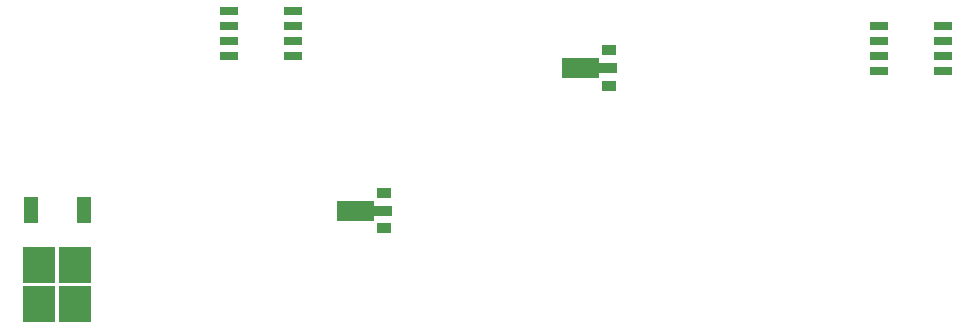
<source format=gtp>
G04 #@! TF.GenerationSoftware,KiCad,Pcbnew,(6.0.4)*
G04 #@! TF.CreationDate,2022-04-24T17:27:05+09:00*
G04 #@! TF.ProjectId,DERC_CanSat_2022,44455243-5f43-4616-9e53-61745f323032,rev?*
G04 #@! TF.SameCoordinates,Original*
G04 #@! TF.FileFunction,Paste,Top*
G04 #@! TF.FilePolarity,Positive*
%FSLAX46Y46*%
G04 Gerber Fmt 4.6, Leading zero omitted, Abs format (unit mm)*
G04 Created by KiCad (PCBNEW (6.0.4)) date 2022-04-24 17:27:05*
%MOMM*%
%LPD*%
G01*
G04 APERTURE LIST*
G04 Aperture macros list*
%AMFreePoly0*
4,1,9,3.862500,-0.866500,0.737500,-0.866500,0.737500,-0.450000,-0.737500,-0.450000,-0.737500,0.450000,0.737500,0.450000,0.737500,0.866500,3.862500,0.866500,3.862500,-0.866500,3.862500,-0.866500,$1*%
G04 Aperture macros list end*
%ADD10R,2.750000X3.050000*%
%ADD11R,1.200000X2.200000*%
%ADD12R,1.300000X0.900000*%
%ADD13FreePoly0,180.000000*%
%ADD14R,1.525000X0.650000*%
G04 APERTURE END LIST*
D10*
G04 #@! TO.C,IC1*
X53719000Y-60198000D03*
X56769000Y-60198000D03*
X53719000Y-63548000D03*
X56769000Y-63548000D03*
D11*
X57524000Y-55573000D03*
X52964000Y-55573000D03*
G04 #@! TD*
D12*
G04 #@! TO.C,IC2*
X82930000Y-57126000D03*
D13*
X82842500Y-55626000D03*
D12*
X82930000Y-54126000D03*
G04 #@! TD*
D14*
G04 #@! TO.C,IC5*
X75212000Y-42545000D03*
X75212000Y-41275000D03*
X75212000Y-40005000D03*
X75212000Y-38735000D03*
X69788000Y-38735000D03*
X69788000Y-40005000D03*
X69788000Y-41275000D03*
X69788000Y-42545000D03*
G04 #@! TD*
G04 #@! TO.C,IC4*
X124788000Y-40005000D03*
X124788000Y-41275000D03*
X124788000Y-42545000D03*
X124788000Y-43815000D03*
X130212000Y-43815000D03*
X130212000Y-42545000D03*
X130212000Y-41275000D03*
X130212000Y-40005000D03*
G04 #@! TD*
D12*
G04 #@! TO.C,IC3*
X101980000Y-45061000D03*
D13*
X101892500Y-43561000D03*
D12*
X101980000Y-42061000D03*
G04 #@! TD*
M02*

</source>
